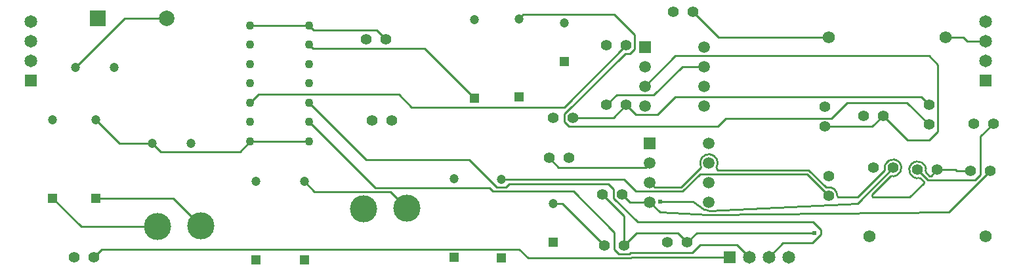
<source format=gbl>
G04*
G04 #@! TF.GenerationSoftware,Altium Limited,Altium Designer,25.2.1 (25)*
G04*
G04 Layer_Physical_Order=2*
G04 Layer_Color=16711680*
%FSLAX25Y25*%
%MOIN*%
G70*
G04*
G04 #@! TF.SameCoordinates,C1108634-7D56-49FF-B426-694D52BA22A1*
G04*
G04*
G04 #@! TF.FilePolarity,Positive*
G04*
G01*
G75*
%ADD10C,0.01000*%
%ADD25R,0.04724X0.04724*%
%ADD26C,0.04724*%
%ADD30R,0.07874X0.07874*%
%ADD31C,0.07874*%
%ADD34C,0.05512*%
%ADD35C,0.06201*%
%ADD36C,0.13780*%
%ADD37C,0.04331*%
%ADD38C,0.05906*%
%ADD39R,0.05906X0.05906*%
%ADD40C,0.06496*%
%ADD41R,0.06496X0.06496*%
%ADD42R,0.06496X0.06496*%
%ADD43C,0.02400*%
%ADD44C,0.01000*%
D10*
X464673Y53664D02*
G03*
X461336Y50327I-4173J836D01*
G01*
X447164Y51327D02*
G03*
X443827Y54664I836J4173D01*
G01*
X419655Y41310D02*
G03*
X414564Y45573I-4255J90D01*
G01*
X358321Y55714D02*
G03*
X350406Y56249I-3821J2286D01*
G01*
X354147Y31557D02*
G03*
X354572Y31548I353J6443D01*
G01*
X351956Y34346D02*
G03*
X354727Y33553I2544J3654D01*
G01*
X456500Y40500D02*
X463672Y47672D01*
Y48500D01*
X461336Y50327D02*
X461844D01*
X464673Y53155D02*
Y53664D01*
X466500Y51328D02*
X467328D01*
X470500Y54500D01*
X437828Y40500D02*
X456500D01*
X437243Y41086D02*
X437828Y40500D01*
X437243Y41086D02*
Y41914D01*
X446656Y51327D01*
X447070D01*
X447070D02*
X447164D01*
X443827Y54570D02*
Y54664D01*
Y54155D02*
Y54570D01*
X430172Y40500D02*
X443827Y54155D01*
X420241Y40500D02*
X430172D01*
X419948Y40793D02*
X420241Y40500D01*
X419655Y41086D02*
X419948Y40793D01*
X419655Y41086D02*
Y41310D01*
X414470Y45573D02*
X414564Y45573D01*
X414055D02*
X414470Y45573D01*
X405176Y54453D02*
X414055Y45573D01*
X358907Y54453D02*
X405176D01*
X358614Y54746D02*
X358907Y54453D01*
X358321Y55039D02*
X358614Y54746D01*
X358321Y55453D02*
X358321Y55039D01*
X358321Y55453D02*
X358321Y55714D01*
X350406Y56054D02*
Y56249D01*
Y55640D02*
Y56054D01*
X350113Y55347D02*
X350406Y55640D01*
X324500Y48000D02*
X327000Y45500D01*
X354572Y31548D02*
X476400Y32900D01*
X329600D02*
X354147Y31557D01*
X329307Y33193D02*
X329600Y32900D01*
X340266Y45500D02*
X350113Y55347D01*
X324500Y38000D02*
X329307Y33193D01*
X476693D02*
X497500Y54000D01*
X327000Y45500D02*
X340266D01*
X329700Y38300D02*
X346276D01*
X354727Y33553D02*
X429893Y37393D01*
X461844Y50327D02*
X463672Y48500D01*
X464673Y53155D02*
X466500Y51328D01*
X476400Y32900D02*
X476693Y33193D01*
X346276Y38300D02*
X351956Y34346D01*
X429893Y37393D02*
X448000Y55500D01*
X443000Y82000D02*
X455500Y69500D01*
X466300D01*
X470800Y74000D01*
X280157Y37343D02*
X301500Y16000D01*
X275500Y37343D02*
X280157D01*
X54941Y68000D02*
X71815D01*
X43000Y79941D02*
X54941Y68000D01*
X151500Y128028D02*
X153828Y125700D01*
X185800D01*
X190500Y121000D01*
X116228Y63700D02*
X121500Y68972D01*
X76115Y63700D02*
X116228D01*
X71815Y68000D02*
X76115Y63700D01*
X82441Y40059D02*
X96500Y26000D01*
X43000Y40059D02*
X82441D01*
X32815Y106500D02*
X57815Y131500D01*
X78941D01*
X149000Y48500D02*
X154200Y43300D01*
X192700D01*
X201000Y35000D01*
X311500Y16000D02*
X317700Y22200D01*
X338800D01*
X343500Y17500D01*
X368800Y16200D02*
X375000Y10000D01*
X350100Y16200D02*
X368800D01*
X346200Y12300D02*
X350100Y16200D01*
X314700Y12300D02*
X346200D01*
X314144Y11744D02*
X314700Y12300D01*
X308756Y11744D02*
X314144D01*
X306500Y14000D02*
X308756Y11744D01*
X306500Y14000D02*
Y22800D01*
X285662Y43638D02*
X306500Y22800D01*
X244800Y43638D02*
X285662D01*
X243138Y45300D02*
X244800Y43638D01*
X185015Y45300D02*
X243138D01*
X151500Y78815D02*
X185015Y45300D01*
X385000Y10000D02*
X392200Y17200D01*
X407200D01*
X411500Y21500D01*
Y23900D01*
X407500Y27900D02*
X411500Y23900D01*
X318300Y27900D02*
X407500D01*
X306200Y40000D02*
X318300Y27900D01*
X306200Y40000D02*
Y44600D01*
X303500Y47300D02*
X306200Y44600D01*
X252900Y47300D02*
X303500D01*
X251238Y45638D02*
X252900Y47300D01*
X246862Y45638D02*
X251238D01*
X232700Y59800D02*
X246862Y45638D01*
X180357Y59800D02*
X232700D01*
X151500Y88657D02*
X180357Y59800D01*
X280900Y86400D02*
X312500Y118000D01*
X203500Y86400D02*
X280900D01*
X196900Y93000D02*
X203500Y86400D01*
X125843Y93000D02*
X196900D01*
X121500Y88657D02*
X125843Y93000D01*
X314500Y38000D02*
X324500D01*
X310500Y42000D02*
X314500Y38000D01*
X273500Y60500D02*
X278200Y55800D01*
X322300D01*
X324500Y58000D01*
X322000Y97000D02*
X337500Y112500D01*
X466300D01*
X470800Y108000D01*
Y74000D02*
Y108000D01*
X249000Y49500D02*
X311400D01*
X317400Y43500D01*
X341094D01*
X350047Y52453D01*
X404347D01*
X415400Y41400D01*
X35559Y25500D02*
X74500D01*
X21000Y40059D02*
X35559Y25500D01*
X343500Y17500D02*
X348300Y22300D01*
X408000D01*
X413500Y76500D02*
X437500D01*
X443000Y82000D01*
X258000Y131441D02*
X260159Y133600D01*
X306400D01*
X316800Y123200D01*
Y116000D02*
Y123200D01*
X314500Y113700D02*
X316800Y116000D01*
X311900Y113700D02*
X314500D01*
X281200Y83000D02*
X311900Y113700D01*
X281200Y79000D02*
Y83000D01*
Y79000D02*
X283500Y76700D01*
X358900D01*
X363000Y80800D01*
X416600D01*
X424600Y88800D01*
X455200D01*
X466500Y77500D01*
X311500Y16000D02*
Y31000D01*
X300500Y42000D02*
X311500Y31000D01*
X42000Y10000D02*
X46100Y14100D01*
X258200D01*
X262556Y9744D01*
X314944D01*
X315200Y10000D01*
X365000D01*
X480342Y54000D02*
X487500D01*
X479842Y54500D02*
X480342Y54000D01*
X470500Y54500D02*
X479842D01*
X460500D02*
X465800Y49200D01*
X489700D01*
X492500Y52000D01*
Y71500D01*
X499000Y78000D01*
X462500Y91500D02*
X466500Y87500D01*
X337406Y91500D02*
X462500D01*
X328453Y82547D02*
X337406Y91500D01*
X317453Y82547D02*
X328453D01*
X312500Y87500D02*
X317453Y82547D01*
X340953Y107000D02*
X352000D01*
X326500Y92547D02*
X340953Y107000D01*
X307547Y92547D02*
X326500D01*
X302500Y87500D02*
X307547Y92547D01*
X151500Y118185D02*
X153285Y116400D01*
X210159D01*
X235500Y91059D01*
X359247Y122000D02*
X415500D01*
X346331Y134916D02*
X359247Y122000D01*
X285500Y81000D02*
X306000D01*
X312500Y87500D01*
X121500Y128028D02*
X151500D01*
X121500Y68972D02*
X151500D01*
X485700Y120000D02*
X495000D01*
X483700Y122000D02*
X485700Y120000D01*
X474555Y122000D02*
X483700D01*
D25*
X21000Y40059D02*
D03*
X149000Y8618D02*
D03*
X258000Y91559D02*
D03*
X235500Y91059D02*
D03*
X275500Y17657D02*
D03*
X249000Y9618D02*
D03*
X225000Y10059D02*
D03*
X281000Y109657D02*
D03*
X124500Y8618D02*
D03*
X43000Y40059D02*
D03*
D26*
X91500Y68000D02*
D03*
X71815D02*
D03*
X43000Y79941D02*
D03*
X124500Y48500D02*
D03*
X281000Y129343D02*
D03*
X275500Y37343D02*
D03*
X258000Y131441D02*
D03*
X235500Y130941D02*
D03*
X249000Y49500D02*
D03*
X225000Y49941D02*
D03*
X32815Y106500D02*
D03*
X52500D02*
D03*
X149000Y48500D02*
D03*
X21000Y79941D02*
D03*
D30*
X44059Y131500D02*
D03*
D31*
X78941D02*
D03*
D34*
X311500Y16000D02*
D03*
X301500D02*
D03*
X343500Y17500D02*
D03*
X333500D02*
D03*
X415400Y41400D02*
D03*
Y51400D02*
D03*
X283500Y60500D02*
D03*
X273500D02*
D03*
X346331Y134916D02*
D03*
X336331D02*
D03*
X470500Y54500D02*
D03*
X460500D02*
D03*
X448000Y55500D02*
D03*
X438000D02*
D03*
X193500Y79500D02*
D03*
X302500Y87500D02*
D03*
X190500Y121000D02*
D03*
X413500Y86500D02*
D03*
X499000Y78000D02*
D03*
X433000Y82000D02*
D03*
X443000D02*
D03*
X466500Y87500D02*
D03*
Y77500D02*
D03*
X497500Y54000D02*
D03*
X487500D02*
D03*
X489000Y78000D02*
D03*
X413500Y76500D02*
D03*
X180500Y121000D02*
D03*
X312500Y118000D02*
D03*
X302500D02*
D03*
X285500Y81000D02*
D03*
X275500D02*
D03*
X312500Y87500D02*
D03*
X310500Y42000D02*
D03*
X300500D02*
D03*
X183500Y79500D02*
D03*
X32000Y10000D02*
D03*
X42000D02*
D03*
D35*
X474555Y122000D02*
D03*
X415500D02*
D03*
X495055Y20500D02*
D03*
X436000D02*
D03*
D36*
X201000Y35000D02*
D03*
X179000Y34500D02*
D03*
X74500Y25500D02*
D03*
X96500Y26000D02*
D03*
D37*
X121500Y118185D02*
D03*
X151500Y68972D02*
D03*
Y78815D02*
D03*
Y88657D02*
D03*
Y98500D02*
D03*
Y108343D02*
D03*
Y118185D02*
D03*
Y128028D02*
D03*
X121500Y68972D02*
D03*
Y78815D02*
D03*
Y88657D02*
D03*
Y98500D02*
D03*
Y108343D02*
D03*
Y128028D02*
D03*
D38*
X352000Y87000D02*
D03*
Y97000D02*
D03*
Y107000D02*
D03*
Y117000D02*
D03*
X322000Y87000D02*
D03*
Y97000D02*
D03*
Y107000D02*
D03*
X354500Y58000D02*
D03*
X324500D02*
D03*
Y48000D02*
D03*
Y38000D02*
D03*
X354500Y68000D02*
D03*
Y48000D02*
D03*
Y38000D02*
D03*
D39*
X322000Y117000D02*
D03*
X324500Y68000D02*
D03*
D40*
X10000Y130000D02*
D03*
Y120000D02*
D03*
X395000Y10000D02*
D03*
X495000Y130000D02*
D03*
Y110000D02*
D03*
Y120000D02*
D03*
X385000Y10000D02*
D03*
X375000D02*
D03*
X10000Y110000D02*
D03*
D41*
X495000Y100000D02*
D03*
X10000D02*
D03*
D42*
X365000Y10000D02*
D03*
D43*
X408000Y22300D02*
D03*
X329700Y38300D02*
D03*
D44*
X447070Y51327D02*
D03*
X443827Y54570D02*
D03*
X419948Y40793D02*
D03*
X414470Y45573D02*
D03*
X358614Y54746D02*
D03*
X358321Y55453D02*
D03*
X350406Y56054D02*
D03*
X350113Y55347D02*
D03*
M02*

</source>
